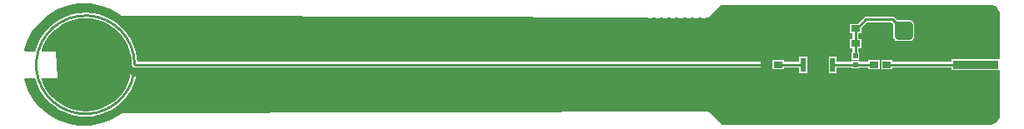
<source format=gtl>
G04*
G04 #@! TF.GenerationSoftware,Altium Limited,Altium Designer,20.1.12 (249)*
G04*
G04 Layer_Physical_Order=1*
G04 Layer_Color=255*
%FSLAX25Y25*%
%MOIN*%
G70*
G04*
G04 #@! TF.SameCoordinates,6E9518FA-7893-4EC2-9B17-AA6BB5186BD6*
G04*
G04*
G04 #@! TF.FilePolarity,Positive*
G04*
G01*
G75*
%ADD14R,0.03543X0.02756*%
%ADD15R,0.02126X0.01890*%
%ADD16R,0.17953X0.03937*%
%ADD17R,0.17953X0.03347*%
%ADD26C,0.01155*%
%ADD27R,0.17638X0.15079*%
%ADD28R,0.02165X0.11299*%
%ADD29R,0.02165X0.05512*%
%ADD30C,0.07087*%
G04:AMPARAMS|DCode=31|XSize=70.87mil|YSize=70.87mil|CornerRadius=8.86mil|HoleSize=0mil|Usage=FLASHONLY|Rotation=0.000|XOffset=0mil|YOffset=0mil|HoleType=Round|Shape=RoundedRectangle|*
%AMROUNDEDRECTD31*
21,1,0.07087,0.05315,0,0,0.0*
21,1,0.05315,0.07087,0,0,0.0*
1,1,0.01772,0.02657,-0.02657*
1,1,0.01772,-0.02657,-0.02657*
1,1,0.01772,-0.02657,0.02657*
1,1,0.01772,0.02657,0.02657*
%
%ADD31ROUNDEDRECTD31*%
%ADD32C,0.01968*%
%ADD33C,0.05000*%
%ADD34C,0.02756*%
G36*
X29095Y53094D02*
X31811Y52633D01*
X34458Y51871D01*
X37002Y50816D01*
X39413Y49484D01*
X40931Y48407D01*
X40956Y48442D01*
X41261Y48239D01*
X41840Y48124D01*
X45498Y48124D01*
X183494Y47987D01*
X275418Y47310D01*
X275437Y47314D01*
X275457Y47311D01*
X275727Y47370D01*
X275998Y47421D01*
X276014Y47432D01*
X276034Y47436D01*
X276261Y47594D01*
X276491Y47746D01*
X276502Y47762D01*
X276519Y47773D01*
X281042Y52465D01*
X331436Y52500D01*
X331504Y52487D01*
X388756Y52618D01*
X388795Y52626D01*
X389788Y52495D01*
X390753Y52095D01*
X391582Y51459D01*
X392218Y50631D01*
X392618Y49666D01*
X392691Y49109D01*
X392741Y48630D01*
X392741Y48630D01*
X392741Y48136D01*
Y31203D01*
X392481Y30810D01*
X392241Y30810D01*
X373528D01*
Y29736D01*
X349801D01*
Y30515D01*
X345257D01*
Y26759D01*
X349801D01*
Y27538D01*
X373528D01*
Y26464D01*
X392241D01*
X392481Y26464D01*
X392741Y26072D01*
Y9133D01*
X392741Y9132D01*
X392741Y8637D01*
X392691Y8158D01*
X392618Y7601D01*
X392218Y6636D01*
X391582Y5808D01*
X390753Y5172D01*
X389788Y4772D01*
X389232Y4699D01*
X388753Y4649D01*
X388753Y4649D01*
X281562D01*
X276490Y9540D01*
X276252Y9693D01*
X276015Y9850D01*
X276003Y9853D01*
X275993Y9859D01*
X275713Y9909D01*
X275435Y9964D01*
X41835Y9250D01*
X41547Y9192D01*
X41261Y9135D01*
X41259Y9134D01*
X41257Y9133D01*
X41012Y8969D01*
X40956Y8932D01*
X40931Y8967D01*
X39413Y7890D01*
X37002Y6558D01*
X34458Y5504D01*
X31811Y4741D01*
X29095Y4280D01*
X26345Y4125D01*
X23595Y4280D01*
X20880Y4741D01*
X18233Y5504D01*
X15688Y6558D01*
X13278Y7890D01*
X11031Y9484D01*
X8978Y11319D01*
X7142Y13373D01*
X5548Y15619D01*
X4216Y18030D01*
X3162Y20575D01*
X2514Y22822D01*
X2891Y23322D01*
X6798D01*
X6812Y23252D01*
X7687Y20675D01*
X8890Y18234D01*
X10403Y15971D01*
X12197Y13924D01*
X14243Y12130D01*
X16507Y10618D01*
X18947Y9414D01*
X21525Y8539D01*
X24194Y8008D01*
X26910Y7830D01*
X29626Y8008D01*
X32295Y8539D01*
X34872Y9414D01*
X37314Y10618D01*
X39577Y12130D01*
X41623Y13924D01*
X43417Y15971D01*
X44930Y18234D01*
X46133Y20675D01*
X47008Y23252D01*
X47362Y25031D01*
X47362D01*
X47395Y25219D01*
X47311Y25639D01*
X47073Y25996D01*
X46716Y26234D01*
X46296Y26317D01*
X45876Y26234D01*
X45519Y25996D01*
X45281Y25639D01*
X45235Y25406D01*
X45190Y25414D01*
X44874Y23824D01*
X44092Y21520D01*
X43016Y19338D01*
X41664Y17316D01*
X40060Y15487D01*
X38231Y13883D01*
X36209Y12531D01*
X34027Y11455D01*
X31723Y10673D01*
X29337Y10199D01*
X26910Y10040D01*
X24483Y10199D01*
X22097Y10673D01*
X19793Y11455D01*
X17611Y12531D01*
X15589Y13883D01*
X13760Y15487D01*
X12156Y17316D01*
X10804Y19338D01*
X9728Y21520D01*
X9255Y22916D01*
X9546Y23322D01*
X15732D01*
X14904Y33952D01*
X9546D01*
X9255Y34359D01*
X9728Y35754D01*
X10804Y37936D01*
X12156Y39959D01*
X13760Y41787D01*
X15589Y43391D01*
X17611Y44743D01*
X19793Y45819D01*
X22097Y46601D01*
X24483Y47075D01*
X26910Y47234D01*
X29337Y47075D01*
X31723Y46601D01*
X34027Y45819D01*
X36209Y44743D01*
X38231Y43391D01*
X40060Y41787D01*
X41664Y39959D01*
X43016Y37936D01*
X44092Y35754D01*
X44874Y33450D01*
X45348Y31065D01*
X45475Y29128D01*
X45496Y28637D01*
X45580Y28217D01*
X45604Y28181D01*
X45818Y27860D01*
X46175Y27622D01*
X46595Y27538D01*
X298852Y27538D01*
X299272Y27622D01*
X299629Y27860D01*
X299867Y28217D01*
X299950Y28637D01*
X299867Y29057D01*
X299629Y29414D01*
X299272Y29652D01*
X298852Y29736D01*
X47645Y29736D01*
X47539Y31353D01*
X47008Y34022D01*
X46133Y36600D01*
X44930Y39041D01*
X43417Y41304D01*
X41623Y43350D01*
X39577Y45145D01*
X37314Y46657D01*
X34872Y47860D01*
X32295Y48735D01*
X29626Y49266D01*
X26910Y49444D01*
X24194Y49266D01*
X21525Y48735D01*
X18947Y47860D01*
X16507Y46657D01*
X14243Y45145D01*
X12197Y43350D01*
X10403Y41304D01*
X8890Y39041D01*
X7687Y36600D01*
X6812Y34022D01*
X6798Y33952D01*
X2830D01*
X2486Y34452D01*
X3162Y36799D01*
X4216Y39344D01*
X5548Y41755D01*
X7142Y44001D01*
X8978Y46055D01*
X11031Y47890D01*
X13278Y49484D01*
X15688Y50816D01*
X18233Y51871D01*
X20880Y52633D01*
X23595Y53094D01*
X26345Y53249D01*
X29095Y53094D01*
D02*
G37*
%LPC*%
G36*
X349852Y47836D02*
X339015D01*
X338594Y47752D01*
X338238Y47514D01*
X335739Y45015D01*
X332698D01*
Y41259D01*
X333871D01*
Y39015D01*
X332698D01*
Y35259D01*
X333871D01*
Y33547D01*
X333407D01*
Y30657D01*
X336533D01*
Y33547D01*
X336069D01*
Y35259D01*
X337242D01*
Y39015D01*
X336069D01*
Y41259D01*
X337242D01*
Y43410D01*
X339470Y45638D01*
X349397D01*
X350181Y44854D01*
Y39680D01*
X350289Y39139D01*
X350595Y38680D01*
X351054Y38374D01*
X351594Y38267D01*
X356909D01*
X357450Y38374D01*
X357908Y38680D01*
X358215Y39139D01*
X358322Y39680D01*
Y44995D01*
X358215Y45535D01*
X357908Y45994D01*
X357450Y46300D01*
X356909Y46407D01*
X351735D01*
X350629Y47514D01*
X350272Y47752D01*
X349852Y47836D01*
D02*
G37*
G36*
X315647Y31893D02*
X312482D01*
Y29736D01*
X306241D01*
Y30515D01*
X301698D01*
Y26759D01*
X306241D01*
Y27538D01*
X312482D01*
Y25381D01*
X315647D01*
Y31893D01*
D02*
G37*
G36*
X327458D02*
X324293D01*
Y25381D01*
X327458D01*
Y27538D01*
X333407D01*
Y27192D01*
X336533D01*
Y27538D01*
X340139D01*
Y26759D01*
X344683D01*
Y30515D01*
X340139D01*
Y29736D01*
X336533D01*
Y30082D01*
X333407D01*
Y29736D01*
X327458D01*
Y31893D01*
D02*
G37*
%LPD*%
D14*
X347529Y28637D02*
D03*
X342411D02*
D03*
X298852D02*
D03*
X303970D02*
D03*
X340088Y37137D02*
D03*
X334970D02*
D03*
X340088Y43137D02*
D03*
X334970D02*
D03*
D15*
Y28637D02*
D03*
Y32102D02*
D03*
D16*
X383004Y38952D02*
D03*
Y18322D02*
D03*
D17*
Y28637D02*
D03*
D26*
X46595D02*
G03*
X46296Y25219I-19685J0D01*
G01*
X334970Y42692D02*
X339015Y46737D01*
X334970Y37137D02*
Y42692D01*
Y32102D02*
Y37137D01*
X354252Y42337D02*
X354252D01*
X349852Y46737D02*
X354252Y42337D01*
X339015Y46737D02*
X349852D01*
X347529Y28637D02*
X383004D01*
X304970D02*
X314064D01*
X325875D02*
X334970D01*
X342411D01*
X46595Y28637D02*
X298852Y28637D01*
D27*
X319970Y41826D02*
D03*
D28*
Y28637D02*
D03*
D29*
X325875D02*
D03*
X314064D02*
D03*
D30*
X364252Y42337D02*
D03*
D31*
X354252D02*
D03*
D32*
X327135Y47417D02*
D03*
X312962D02*
D03*
X327135Y37417D02*
D03*
X322529D02*
D03*
X317741D02*
D03*
X312962D02*
D03*
X327135Y42417D02*
D03*
X322529D02*
D03*
X317741D02*
D03*
X312962D02*
D03*
D33*
X319970Y34149D02*
D03*
D34*
X391152Y41670D02*
D03*
Y47804D02*
D03*
Y44737D02*
D03*
Y35537D02*
D03*
Y32471D02*
D03*
Y24804D02*
D03*
Y21737D02*
D03*
Y12537D02*
D03*
X390084Y6437D02*
D03*
X391152Y9470D02*
D03*
Y15604D02*
D03*
X280352Y7837D02*
D03*
X278352Y9737D02*
D03*
X280352Y49637D02*
D03*
X278452Y47537D02*
D03*
X304218Y50837D02*
D03*
X285818D02*
D03*
X288885D02*
D03*
X301151D02*
D03*
X295018D02*
D03*
X298084D02*
D03*
X291951D02*
D03*
X282751D02*
D03*
X307284D02*
D03*
X310351D02*
D03*
X341018D02*
D03*
X337951D02*
D03*
X313418D02*
D03*
X322618D02*
D03*
X328751D02*
D03*
X325684D02*
D03*
X331818D02*
D03*
X319551D02*
D03*
X316484D02*
D03*
X334885D02*
D03*
X371684D02*
D03*
X368618D02*
D03*
X344085D02*
D03*
X353284D02*
D03*
X359418D02*
D03*
X356351D02*
D03*
X362484D02*
D03*
X350218D02*
D03*
X347151D02*
D03*
X365551D02*
D03*
X374751D02*
D03*
X383951D02*
D03*
X390084D02*
D03*
X387018D02*
D03*
X380884D02*
D03*
X377818D02*
D03*
Y6437D02*
D03*
X380884D02*
D03*
X387018D02*
D03*
X383951D02*
D03*
X365551D02*
D03*
X347151D02*
D03*
X350218D02*
D03*
X362484D02*
D03*
X356351D02*
D03*
X359418D02*
D03*
X353284D02*
D03*
X344085D02*
D03*
X374751D02*
D03*
X368618D02*
D03*
X371684D02*
D03*
X334885D02*
D03*
X316484D02*
D03*
X319551D02*
D03*
X331818D02*
D03*
X325684D02*
D03*
X328751D02*
D03*
X322618D02*
D03*
X337951D02*
D03*
X341018D02*
D03*
X310351D02*
D03*
X307284D02*
D03*
X313418D02*
D03*
X269651Y11137D02*
D03*
X282751Y6437D02*
D03*
X291951D02*
D03*
X298084D02*
D03*
X272718Y11137D02*
D03*
X266585D02*
D03*
X295018Y6437D02*
D03*
X301151D02*
D03*
X275785Y11137D02*
D03*
X288885Y6437D02*
D03*
X285818D02*
D03*
X304218D02*
D03*
X232851Y11137D02*
D03*
X242051D02*
D03*
X251251D02*
D03*
X257385D02*
D03*
X235918D02*
D03*
X229785D02*
D03*
X254318D02*
D03*
X260451D02*
D03*
X238985D02*
D03*
X248185D02*
D03*
X245118D02*
D03*
X263518D02*
D03*
X196051D02*
D03*
X205251D02*
D03*
X214451D02*
D03*
X220585D02*
D03*
X199118D02*
D03*
X192985D02*
D03*
X217518D02*
D03*
X223651D02*
D03*
X202185D02*
D03*
X211385D02*
D03*
X208318D02*
D03*
X226718D02*
D03*
X159251D02*
D03*
X168451D02*
D03*
X177652D02*
D03*
X183785D02*
D03*
X162318D02*
D03*
X156185D02*
D03*
X180718D02*
D03*
X186851D02*
D03*
X165385D02*
D03*
X174585D02*
D03*
X171518D02*
D03*
X189918D02*
D03*
X122452D02*
D03*
X131652D02*
D03*
X140851D02*
D03*
X146985D02*
D03*
X125518D02*
D03*
X119385D02*
D03*
X143918D02*
D03*
X150051D02*
D03*
X128585D02*
D03*
X137785D02*
D03*
X134718D02*
D03*
X153118D02*
D03*
X85652D02*
D03*
X94852D02*
D03*
X104052D02*
D03*
X110185D02*
D03*
X88718D02*
D03*
X82585D02*
D03*
X107118D02*
D03*
X113252D02*
D03*
X91785D02*
D03*
X100985D02*
D03*
X97918D02*
D03*
X116318D02*
D03*
X79518D02*
D03*
X61118D02*
D03*
X64185D02*
D03*
X54985D02*
D03*
X76452D02*
D03*
X70318D02*
D03*
X45785D02*
D03*
X51918D02*
D03*
X73385D02*
D03*
X67252D02*
D03*
X58052D02*
D03*
X48852D02*
D03*
Y46137D02*
D03*
X58052D02*
D03*
X67252D02*
D03*
X73385D02*
D03*
X51918D02*
D03*
X45785D02*
D03*
X70318D02*
D03*
X76452D02*
D03*
X54985D02*
D03*
X64185D02*
D03*
X61118D02*
D03*
X79518D02*
D03*
X116318D02*
D03*
X97918D02*
D03*
X100985D02*
D03*
X91785D02*
D03*
X113252D02*
D03*
X107118D02*
D03*
X82585D02*
D03*
X88718D02*
D03*
X110185D02*
D03*
X104052D02*
D03*
X94852D02*
D03*
X85652D02*
D03*
X153118D02*
D03*
X134718D02*
D03*
X137785D02*
D03*
X128585D02*
D03*
X150051D02*
D03*
X143918D02*
D03*
X119385D02*
D03*
X125518D02*
D03*
X146985D02*
D03*
X140851D02*
D03*
X131652D02*
D03*
X122452D02*
D03*
X171518D02*
D03*
X174585D02*
D03*
X165385D02*
D03*
X186851D02*
D03*
X180718D02*
D03*
X156185D02*
D03*
X162318D02*
D03*
X183785D02*
D03*
X177652D02*
D03*
X168451D02*
D03*
X159251D02*
D03*
X189918D02*
D03*
X226718D02*
D03*
X208318D02*
D03*
X211385D02*
D03*
X202185D02*
D03*
X223651D02*
D03*
X217518D02*
D03*
X192985D02*
D03*
X199118D02*
D03*
X220585D02*
D03*
X214451D02*
D03*
X205251D02*
D03*
X196051D02*
D03*
X245118D02*
D03*
X248185D02*
D03*
X238985D02*
D03*
X260451D02*
D03*
X254318D02*
D03*
X229785D02*
D03*
X235918D02*
D03*
X257385D02*
D03*
X251251D02*
D03*
X242051D02*
D03*
X232851D02*
D03*
X263518D02*
D03*
X275785D02*
D03*
X266585D02*
D03*
X272718D02*
D03*
X269651D02*
D03*
X40155Y10643D02*
D03*
X37652Y9137D02*
D03*
X34952Y8037D02*
D03*
X32169Y7203D02*
D03*
X29293Y6523D02*
D03*
X26252Y6437D02*
D03*
X23152Y6737D02*
D03*
X20252Y7437D02*
D03*
X17452Y8437D02*
D03*
X14852Y9937D02*
D03*
X12552Y11637D02*
D03*
X10452Y13737D02*
D03*
X8452Y15937D02*
D03*
X6952Y18637D02*
D03*
X5852Y21437D02*
D03*
X40155Y46632D02*
D03*
X37652Y48137D02*
D03*
X34952Y49237D02*
D03*
X32169Y50071D02*
D03*
X29293Y50751D02*
D03*
X26252Y50837D02*
D03*
X23152Y50537D02*
D03*
X20252Y49837D02*
D03*
X17452Y48837D02*
D03*
X14852Y47337D02*
D03*
X12552Y45637D02*
D03*
X10452Y43537D02*
D03*
X8452Y41337D02*
D03*
X6952Y38637D02*
D03*
X5852Y35837D02*
D03*
X42852Y44937D02*
D03*
Y12337D02*
D03*
X48952Y22537D02*
D03*
X47952Y19837D02*
D03*
X46552Y17137D02*
D03*
X44852Y14637D02*
D03*
X42852Y12337D02*
D03*
X44852Y42637D02*
D03*
X46552Y40137D02*
D03*
X47952Y37437D02*
D03*
X48952Y34737D02*
D03*
X55785Y25437D02*
D03*
X64985D02*
D03*
X74185D02*
D03*
X80318D02*
D03*
X58852D02*
D03*
X52718D02*
D03*
X77252D02*
D03*
X83385D02*
D03*
X61918D02*
D03*
X71118D02*
D03*
X68052D02*
D03*
X49652D02*
D03*
X86452D02*
D03*
X123252D02*
D03*
X104852D02*
D03*
X107918D02*
D03*
X98718D02*
D03*
X120185D02*
D03*
X114052D02*
D03*
X89518D02*
D03*
X95652D02*
D03*
X117118D02*
D03*
X110985D02*
D03*
X101785D02*
D03*
X92585D02*
D03*
X141651D02*
D03*
X144718D02*
D03*
X135518D02*
D03*
X156985D02*
D03*
X150852D02*
D03*
X126318D02*
D03*
X132452D02*
D03*
X153918D02*
D03*
X147785D02*
D03*
X138585D02*
D03*
X129385D02*
D03*
X160052D02*
D03*
X196851D02*
D03*
X178452D02*
D03*
X181518D02*
D03*
X172318D02*
D03*
X193785D02*
D03*
X187651D02*
D03*
X163118D02*
D03*
X169252D02*
D03*
X190718D02*
D03*
X184585D02*
D03*
X175385D02*
D03*
X166185D02*
D03*
X215251D02*
D03*
X218318D02*
D03*
X209118D02*
D03*
X230585D02*
D03*
X224451D02*
D03*
X199918D02*
D03*
X206051D02*
D03*
X227518D02*
D03*
X221385D02*
D03*
X212185D02*
D03*
X202985D02*
D03*
X233651D02*
D03*
X252051D02*
D03*
X255118D02*
D03*
X245918D02*
D03*
X267385D02*
D03*
X261251D02*
D03*
X236718D02*
D03*
X242851D02*
D03*
X264318D02*
D03*
X258185D02*
D03*
X248985D02*
D03*
X239785D02*
D03*
X270451D02*
D03*
X288851D02*
D03*
X291918D02*
D03*
X282718D02*
D03*
X273518D02*
D03*
X279651D02*
D03*
X294985D02*
D03*
X285785D02*
D03*
X276585D02*
D03*
Y31837D02*
D03*
X285785D02*
D03*
X294985D02*
D03*
X279651D02*
D03*
X273518D02*
D03*
X282718D02*
D03*
X291918D02*
D03*
X288851D02*
D03*
X239785D02*
D03*
X248985D02*
D03*
X258185D02*
D03*
X264318D02*
D03*
X242851D02*
D03*
X236718D02*
D03*
X261251D02*
D03*
X267385D02*
D03*
X245918D02*
D03*
X255118D02*
D03*
X252051D02*
D03*
X270451D02*
D03*
X233651D02*
D03*
X202985D02*
D03*
X212185D02*
D03*
X221385D02*
D03*
X227518D02*
D03*
X206051D02*
D03*
X199918D02*
D03*
X224451D02*
D03*
X230585D02*
D03*
X209118D02*
D03*
X218318D02*
D03*
X215251D02*
D03*
X196851D02*
D03*
X166185D02*
D03*
X175385D02*
D03*
X184585D02*
D03*
X190718D02*
D03*
X169252D02*
D03*
X163118D02*
D03*
X187651D02*
D03*
X193785D02*
D03*
X172318D02*
D03*
X181518D02*
D03*
X178452D02*
D03*
X129385D02*
D03*
X138585D02*
D03*
X147785D02*
D03*
X153918D02*
D03*
X132452D02*
D03*
X126318D02*
D03*
X150852D02*
D03*
X156985D02*
D03*
X135518D02*
D03*
X144718D02*
D03*
X141651D02*
D03*
X160052D02*
D03*
X92585D02*
D03*
X101785D02*
D03*
X110985D02*
D03*
X117118D02*
D03*
X95652D02*
D03*
X89518D02*
D03*
X114052D02*
D03*
X120185D02*
D03*
X98718D02*
D03*
X107918D02*
D03*
X104852D02*
D03*
X123252D02*
D03*
X49652D02*
D03*
X86452D02*
D03*
X68052D02*
D03*
X71118D02*
D03*
X61918D02*
D03*
X83385D02*
D03*
X77252D02*
D03*
X52718D02*
D03*
X58852D02*
D03*
X80318D02*
D03*
X74185D02*
D03*
X64985D02*
D03*
X55785D02*
D03*
X12752Y35737D02*
D03*
X14352Y38137D02*
D03*
X16352Y40337D02*
D03*
X37571Y16226D02*
D03*
X35216Y14427D02*
D03*
X41252Y20837D02*
D03*
X39682Y18337D02*
D03*
X32552Y13237D02*
D03*
X29652Y12537D02*
D03*
X26652Y12337D02*
D03*
X23752Y12737D02*
D03*
X20952Y13737D02*
D03*
X18352Y15137D02*
D03*
X15952Y16937D02*
D03*
X14052Y19137D02*
D03*
X12552Y21637D02*
D03*
X18652Y42137D02*
D03*
X21352Y43437D02*
D03*
X24352Y44137D02*
D03*
X27352Y44437D02*
D03*
X30352Y44237D02*
D03*
X33152Y43337D02*
D03*
X35752Y41837D02*
D03*
X38052Y40037D02*
D03*
X39952Y37737D02*
D03*
X41352Y35237D02*
D03*
X42252Y32437D02*
D03*
X42652Y29537D02*
D03*
Y26637D02*
D03*
X46296Y25219D02*
D03*
X42252Y23637D02*
D03*
M02*

</source>
